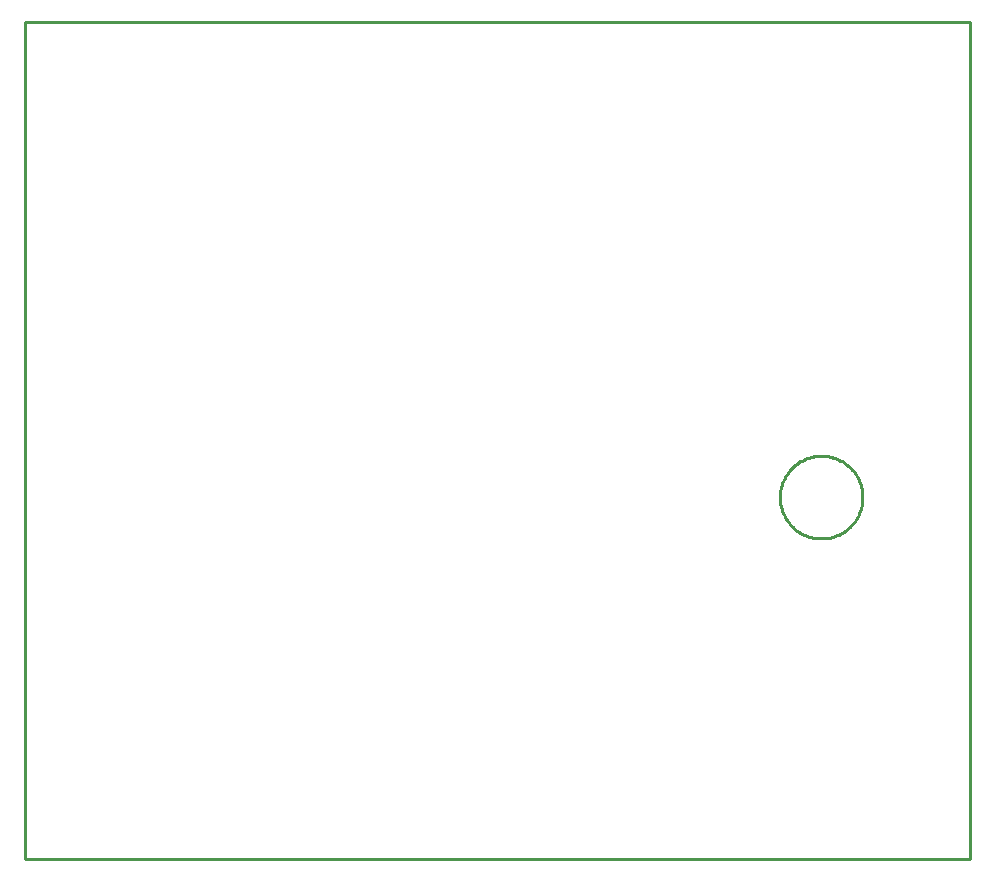
<source format=gbr>
G04 EAGLE Gerber RS-274X export*
G75*
%MOMM*%
%FSLAX34Y34*%
%LPD*%
%IN*%
%IPPOS*%
%AMOC8*
5,1,8,0,0,1.08239X$1,22.5*%
G01*
%ADD10C,0.254000*%


D10*
X660400Y482600D02*
X1460300Y482600D01*
X1460300Y1190500D01*
X660400Y1190500D01*
X660400Y482600D01*
X1299300Y789409D02*
X1299375Y791024D01*
X1299524Y792635D01*
X1299747Y794236D01*
X1300045Y795826D01*
X1300415Y797400D01*
X1300857Y798956D01*
X1301371Y800489D01*
X1301956Y801998D01*
X1302609Y803477D01*
X1303330Y804925D01*
X1304117Y806338D01*
X1304968Y807713D01*
X1305882Y809047D01*
X1306857Y810338D01*
X1307890Y811582D01*
X1308979Y812777D01*
X1310123Y813921D01*
X1311318Y815010D01*
X1312562Y816043D01*
X1313853Y817018D01*
X1315187Y817932D01*
X1316562Y818783D01*
X1317975Y819570D01*
X1319423Y820291D01*
X1320903Y820944D01*
X1322411Y821529D01*
X1323944Y822043D01*
X1325500Y822485D01*
X1327074Y822855D01*
X1328664Y823153D01*
X1330265Y823376D01*
X1331876Y823525D01*
X1333491Y823600D01*
X1335109Y823600D01*
X1336724Y823525D01*
X1338335Y823376D01*
X1339936Y823153D01*
X1341526Y822855D01*
X1343100Y822485D01*
X1344656Y822043D01*
X1346189Y821529D01*
X1347698Y820944D01*
X1349177Y820291D01*
X1350625Y819570D01*
X1352038Y818783D01*
X1353413Y817932D01*
X1354747Y817018D01*
X1356038Y816043D01*
X1357282Y815010D01*
X1358477Y813921D01*
X1359621Y812777D01*
X1360710Y811582D01*
X1361743Y810338D01*
X1362718Y809047D01*
X1363632Y807713D01*
X1364483Y806338D01*
X1365270Y804925D01*
X1365991Y803477D01*
X1366644Y801998D01*
X1367229Y800489D01*
X1367743Y798956D01*
X1368185Y797400D01*
X1368555Y795826D01*
X1368853Y794236D01*
X1369076Y792635D01*
X1369225Y791024D01*
X1369300Y789409D01*
X1369300Y787791D01*
X1369225Y786176D01*
X1369076Y784565D01*
X1368853Y782964D01*
X1368555Y781374D01*
X1368185Y779800D01*
X1367743Y778244D01*
X1367229Y776711D01*
X1366644Y775203D01*
X1365991Y773723D01*
X1365270Y772275D01*
X1364483Y770862D01*
X1363632Y769487D01*
X1362718Y768153D01*
X1361743Y766862D01*
X1360710Y765618D01*
X1359621Y764423D01*
X1358477Y763279D01*
X1357282Y762190D01*
X1356038Y761157D01*
X1354747Y760182D01*
X1353413Y759268D01*
X1352038Y758417D01*
X1350625Y757630D01*
X1349177Y756909D01*
X1347698Y756256D01*
X1346189Y755671D01*
X1344656Y755157D01*
X1343100Y754715D01*
X1341526Y754345D01*
X1339936Y754047D01*
X1338335Y753824D01*
X1336724Y753675D01*
X1335109Y753600D01*
X1333491Y753600D01*
X1331876Y753675D01*
X1330265Y753824D01*
X1328664Y754047D01*
X1327074Y754345D01*
X1325500Y754715D01*
X1323944Y755157D01*
X1322411Y755671D01*
X1320903Y756256D01*
X1319423Y756909D01*
X1317975Y757630D01*
X1316562Y758417D01*
X1315187Y759268D01*
X1313853Y760182D01*
X1312562Y761157D01*
X1311318Y762190D01*
X1310123Y763279D01*
X1308979Y764423D01*
X1307890Y765618D01*
X1306857Y766862D01*
X1305882Y768153D01*
X1304968Y769487D01*
X1304117Y770862D01*
X1303330Y772275D01*
X1302609Y773723D01*
X1301956Y775203D01*
X1301371Y776711D01*
X1300857Y778244D01*
X1300415Y779800D01*
X1300045Y781374D01*
X1299747Y782964D01*
X1299524Y784565D01*
X1299375Y786176D01*
X1299300Y787791D01*
X1299300Y789409D01*
M02*

</source>
